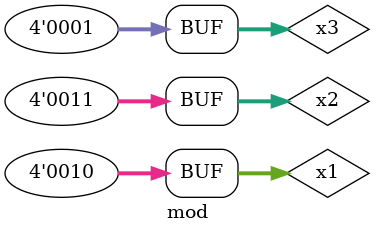
<source format=sv>
module mod;
reg [3:0] x1,x2,x3;
initial begin 
  x1=4'b0000;
  x2=4'b0000;
  x3=4'b0000;
end 
initial begin 
#4 x1=6;
#2 x2=4;
end 
initial begin 
  #4 x1=2;
  #2 x2=3;  // this statement will create race arround condition 
    x3=1;
  end 
  initial begin 
    $monitor(" time = %0t x1= %0d x2= %0d x3= %0d",$time, x1,x2,x3);
  end 
  endmodule 



</source>
